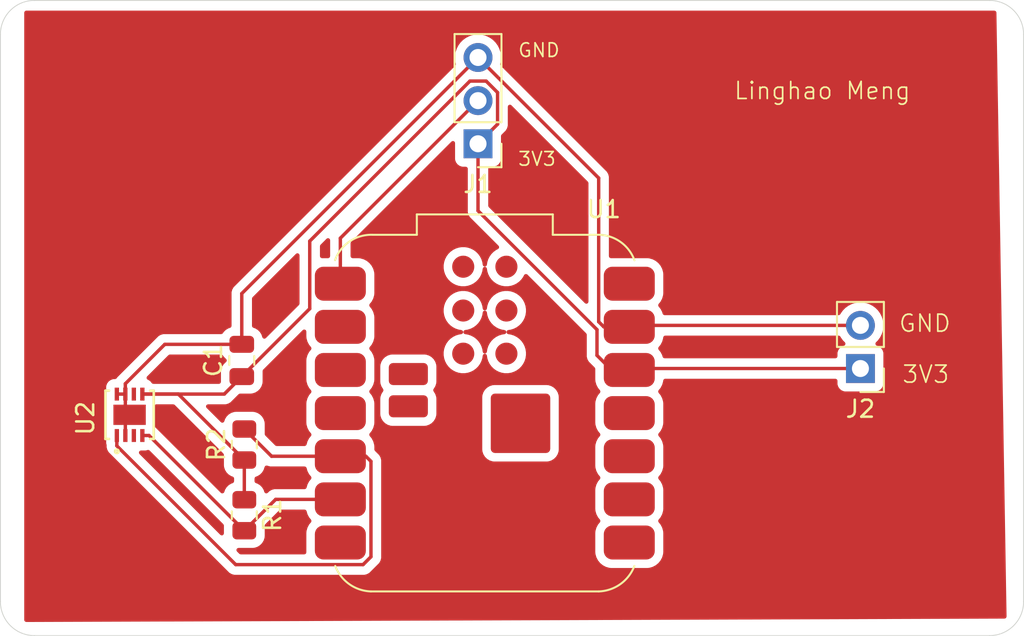
<source format=kicad_pcb>
(kicad_pcb (version 20241229) (generator "pcbnew") (generator_version "9.0")
  (layers (0 "F.Cu" signal) (2 "B.Cu" signal) (13 "F.Paste" user) (15 "B.Paste" user) (5 "F.SilkS" user "F.Silkscreen") (7 "B.SilkS" user "B.Silkscreen") (1 "F.Mask" user) (3 "B.Mask" user) (25 "Edge.Cuts" user))
  (net 0 "")
  (net 1 "/3V3")
  (net 2 "/GND")
  (net 3 "Net-(J1-SIG)")
  (net 4 "Net-(U1-GPIO6_A5_D5_SCL)")
  (net 5 "Net-(U1-GPIO4_A3_D3_SDA)")
  (footprint "Connector_PinHeader_2.54mm:PinHeader_1x02_P2.54mm_Vertical" (layer "F.Cu") (at 156 90.275 180)
    (property "Reference" "J2" (at 0 -2.38 0) (layer "F.SilkS"))
    (property "Value" "LiPo Battery")
    (fp_line (start 1.38 1.27) (end 1.38 3.92) (stroke (width 0.12)) (layer "F.SilkS"))
    (fp_line (start -1.38 3.92) (end 1.38 3.92) (stroke (width 0.12)) (layer "F.SilkS"))
    (fp_line (start -1.38 1.27) (end 1.38 1.27) (stroke (width 0.12)) (layer "F.SilkS"))
    (fp_line (start -1.38 1.27) (end -1.38 3.92) (stroke (width 0.12)) (layer "F.SilkS"))
    (fp_line (start -1.38 0) (end -1.38 -1.38) (stroke (width 0.12)) (layer "F.SilkS"))
    (fp_line (start -1.38 -1.38) (end 0 -1.38) (stroke (width 0.12)) (layer "F.SilkS"))
    (pad "1" thru_hole rect (at 0 0 180) (size 1.7 1.7) (drill 1) (layers "*.Cu" "*.Mask") (net 1 "/3V3"))
    (pad "2" thru_hole circle (at 0 2.54 180) (size 1.7 1.7) (drill 1) (layers "*.Cu" "*.Mask") (net 2 "/GND"))
  )
  (footprint "Resistor_SMD:R_0805_2012Metric" (layer "F.Cu") (at 119.75 98.9125 -90)
    (property "Reference" "R1" (at 0 -1.65 90) (layer "F.SilkS"))
    (property "Value" "10kΩ")
    (fp_line (start -0.227064 0.735) (end 0.227064 0.735) (stroke (width 0.12)) (layer "F.SilkS"))
    (fp_line (start -0.227064 -0.735) (end 0.227064 -0.735) (stroke (width 0.12)) (layer "F.SilkS"))
    (pad "1" smd roundrect (at -0.9125 0 270) (size 1.025 1.4) (layers "F.Cu" "F.Mask" "F.Paste") (roundrect_rratio 0.243902) (net 1 "/3V3"))
    (pad "2" smd roundrect (at 0.9125 0 270) (size 1.025 1.4) (layers "F.Cu" "F.Mask" "F.Paste") (roundrect_rratio 0.243902) (net 4 "Net-(U1-GPIO6_A5_D5_SCL)"))
  )
  (footprint "Resistor_SMD:R_0805_2012Metric" (layer "F.Cu") (at 119.75 94.75 90)
    (property "Reference" "R2" (at 0 -1.65 90) (layer "F.SilkS"))
    (property "Value" "10kΩ")
    (fp_line (start -0.227064 -0.735) (end 0.227064 -0.735) (stroke (width 0.12)) (layer "F.SilkS"))
    (fp_line (start -0.227064 0.735) (end 0.227064 0.735) (stroke (width 0.12)) (layer "F.SilkS"))
    (pad "1" smd roundrect (at -0.9125 0 90) (size 1.025 1.4) (layers "F.Cu" "F.Mask" "F.Paste") (roundrect_rratio 0.243902) (net 1 "/3V3"))
    (pad "2" smd roundrect (at 0.9125 0 90) (size 1.025 1.4) (layers "F.Cu" "F.Mask" "F.Paste") (roundrect_rratio 0.243902) (net 5 "Net-(U1-GPIO4_A3_D3_SDA)"))
  )
  (footprint "sht32-dis:U_SHT3_SEN" (layer "F.Cu") (at 113 93 90)
    (property "Reference" "U2" (at -0.2 -2.6 90) (layer "F.SilkS"))
    (property "Value" "SHT31-DIS-B2.5KS")
    (fp_line (start 1.4224 -1.4224) (end -1.4224 -1.4224) (stroke (width 0.1524)) (layer "F.SilkS"))
    (fp_line (start -1.4224 -1.4224) (end -1.4224 -1.209929) (stroke (width 0.1524)) (layer "F.SilkS"))
    (fp_line (start 1.4224 -1.209929) (end 1.4224 -1.4224) (stroke (width 0.1524)) (layer "F.SilkS"))
    (fp_line (start -1.4224 1.209929) (end -1.4224 1.4224) (stroke (width 0.1524)) (layer "F.SilkS"))
    (fp_line (start 1.4224 1.4224) (end 1.4224 1.209929) (stroke (width 0.1524)) (layer "F.SilkS"))
    (fp_line (start -1.4224 1.4224) (end 1.4224 1.4224) (stroke (width 0.1524)) (layer "F.SilkS"))
    (fp_circle (center -2.151126 -0.750189) (end -2.049526 -0.750189) (stroke (width 0.1524)) (fill no) (layer "F.SilkS"))
    (pad "1" smd rect (at -1.2192 -0.750189 90) (size 0.762 0.254) (layers "F.Cu" "F.Mask" "F.Paste") (net 5 "Net-(U1-GPIO4_A3_D3_SDA)"))
    (pad "2" smd rect (at -1.2192 -0.250063 90) (size 0.762 0.254) (layers "F.Cu" "F.Mask" "F.Paste") (net 2 "/GND"))
    (pad "3" smd rect (at -1.2192 0.250063 90) (size 0.762 0.254) (layers "F.Cu" "F.Mask" "F.Paste"))
    (pad "4" smd rect (at -1.2192 0.750189 90) (size 0.762 0.254) (layers "F.Cu" "F.Mask" "F.Paste") (net 4 "Net-(U1-GPIO6_A5_D5_SCL)"))
    (pad "5" smd rect (at 1.2192 0.750189 90) (size 0.762 0.254) (layers "F.Cu" "F.Mask" "F.Paste") (net 1 "/3V3"))
    (pad "6" smd rect (at 1.2192 0.250063 90) (size 0.762 0.254) (layers "F.Cu" "F.Mask" "F.Paste"))
    (pad "7" smd rect (at 1.2192 -0.250063 90) (size 0.762 0.254) (layers "F.Cu" "F.Mask" "F.Paste") (net 2 "/GND"))
    (pad "8" smd rect (at 1.2192 -0.750189 90) (size 0.762 0.254) (layers "F.Cu" "F.Mask" "F.Paste") (net 2 "/GND"))
    (pad "9" smd rect (at 0 0 90) (size 1.1938 1.905) (layers "F.Cu" "F.Mask" "F.Paste") (net 2 "/GND"))
  )
  (footprint "RF_Module:MCU_Seeed_ESP32C3" (layer "F.Cu") (at 133.9 92.9)
    (property "Reference" "U1" (at 7 -12 0) (layer "F.SilkS"))
    (property "Value" "~")
    (fp_line (start -6.7 10.5) (end 6.7 10.5) (stroke (width 0.12)) (layer "F.SilkS"))
    (fp_line (start -4 -11.7) (end 4 -11.7) (stroke (width 0.12)) (layer "F.SilkS"))
    (fp_line (start -4 -10.5) (end -6.6 -10.5) (stroke (width 0.12)) (layer "F.SilkS"))
    (fp_line (start -4 -10.5) (end -4 -11.7) (stroke (width 0.12)) (layer "F.SilkS"))
    (fp_line (start 4 -11.7) (end 4 -10.5) (stroke (width 0.12)) (layer "F.SilkS"))
    (fp_line (start 6.6 -10.5) (end 4 -10.5) (stroke (width 0.12)) (layer "F.SilkS"))
    (fp_arc (start -8.812892 -9.00468) (mid -7.949609 -10.111769) (end -6.600468 -10.499999) (stroke (width 0.12)) (layer "F.SilkS"))
    (fp_arc (start -6.7 10.5) (mid -7.977232 10.068125) (end -8.8 9) (stroke (width 0.12)) (layer "F.SilkS"))
    (fp_arc (start 6.6 -10.499999) (mid 7.944325 -10.107116) (end 8.804034 -9.001464) (stroke (width 0.12)) (layer "F.SilkS"))
    (fp_arc (start 8.8 9) (mid 7.977232 10.068125) (end 6.7 10.5) (stroke (width 0.12)) (layer "F.SilkS"))
    (pad "1" smd roundrect (at -8.5 -7.62) (size 3 2) (layers "F.Cu" "F.Mask" "F.Paste") (net 3 "Net-(J1-SIG)"))
    (pad "2" smd roundrect (at -8.5 -5.08) (size 3 2) (layers "F.Cu" "F.Mask" "F.Paste"))
    (pad "3" smd roundrect (at -8.5 -2.54) (size 3 2) (layers "F.Cu" "F.Mask" "F.Paste"))
    (pad "4" smd roundrect (at -8.5 0) (size 3 2) (layers "F.Cu" "F.Mask" "F.Paste"))
    (pad "5" smd roundrect (at -8.5 2.54) (size 3 2) (layers "F.Cu" "F.Mask" "F.Paste") (net 5 "Net-(U1-GPIO4_A3_D3_SDA)"))
    (pad "6" smd roundrect (at -8.5 5.08) (size 3 2) (layers "F.Cu" "F.Mask" "F.Paste") (net 4 "Net-(U1-GPIO6_A5_D5_SCL)"))
    (pad "7" smd roundrect (at -8.5 7.62) (size 3 2) (layers "F.Cu" "F.Mask" "F.Paste"))
    (pad "8" smd roundrect (at 8.5 7.62) (size 3 2) (layers "F.Cu" "F.Mask" "F.Paste"))
    (pad "9" smd roundrect (at 8.5 5.08) (size 3 2) (layers "F.Cu" "F.Mask" "F.Paste"))
    (pad "10" smd roundrect (at 8.5 2.54) (size 3 2) (layers "F.Cu" "F.Mask" "F.Paste"))
    (pad "11" smd roundrect (at 8.5 0) (size 3 2) (layers "F.Cu" "F.Mask" "F.Paste"))
    (pad "12" smd roundrect (at 8.5 -2.54) (size 3 2) (layers "F.Cu" "F.Mask" "F.Paste") (net 1 "/3V3"))
    (pad "13" smd roundrect (at 8.5 -5.08) (size 3 2) (layers "F.Cu" "F.Mask" "F.Paste") (net 2 "/GND"))
    (pad "14" smd roundrect (at 8.5 -7.62) (size 3 2) (layers "F.Cu" "F.Mask" "F.Paste"))
    (pad "15" smd roundrect (at 2.1 0.6) (size 3.5 3.5) (property pad_prop_heatsink) (layers "F.Cu" "F.Mask") (roundrect_rratio 0.07142857143))
    (pad "16" smd roundrect (at -4.5 -0.4) (size 2.3 1.3) (layers "F.Cu" "F.Mask" "F.Paste") (roundrect_rratio 0.1923076923))
    (pad "17" smd roundrect (at -4.5 -2.3) (size 2.3 1.3) (layers "F.Cu" "F.Mask" "F.Paste") (roundrect_rratio 0.1923076923))
    (pad "18" smd circle (at -1.27 -8.62) (size 1.3 1.3) (layers "F.Cu" "F.Mask" "F.Paste"))
    (pad "19" smd circle (at -1.27 -6.04) (size 1.3 1.3) (layers "F.Cu" "F.Mask" "F.Paste"))
    (pad "20" smd circle (at -1.27 -3.5) (size 1.3 1.3) (layers "F.Cu" "F.Mask" "F.Paste"))
    (pad "21" smd circle (at 1.27 -3.5) (size 1.3 1.3) (layers "F.Cu" "F.Mask" "F.Paste"))
    (pad "22" smd circle (at 1.27 -6.04) (size 1.3 1.3) (layers "F.Cu" "F.Mask" "F.Paste"))
    (pad "23" smd circle (at 1.27 -8.62) (size 1.3 1.3) (layers "F.Cu" "F.Mask" "F.Paste"))
  )
  (footprint "Connector_PinHeader_2.54mm:PinHeader_1x03_P2.54mm_Vertical" (layer "F.Cu") (at 133.5 77.04 180)
    (property "Reference" "J1" (at 0 -2.38 0) (layer "F.SilkS"))
    (property "Value" "SEN0193")
    (fp_line (start 1.38 1.27) (end 1.38 6.46) (stroke (width 0.12)) (layer "F.SilkS"))
    (fp_line (start -1.38 6.46) (end 1.38 6.46) (stroke (width 0.12)) (layer "F.SilkS"))
    (fp_line (start -1.38 1.27) (end 1.38 1.27) (stroke (width 0.12)) (layer "F.SilkS"))
    (fp_line (start -1.38 1.27) (end -1.38 6.46) (stroke (width 0.12)) (layer "F.SilkS"))
    (fp_line (start -1.38 0) (end -1.38 -1.38) (stroke (width 0.12)) (layer "F.SilkS"))
    (fp_line (start -1.38 -1.38) (end 0 -1.38) (stroke (width 0.12)) (layer "F.SilkS"))
    (pad "1" thru_hole rect (at 0 0 180) (size 1.7 1.7) (drill 1) (layers "*.Cu" "*.Mask") (net 1 "/3V3"))
    (pad "2" thru_hole circle (at 0 2.54 180) (size 1.7 1.7) (drill 1) (layers "*.Cu" "*.Mask") (net 3 "Net-(J1-SIG)"))
    (pad "3" thru_hole circle (at 0 5.08 180) (size 1.7 1.7) (drill 1) (layers "*.Cu" "*.Mask") (net 2 "/GND"))
  )
  (footprint "Capacitor_SMD:C_0805_2012Metric" (layer "F.Cu") (at 119.6 89.8 90)
    (property "Reference" "C1" (at 0 -1.68 90) (layer "F.SilkS"))
    (property "Value" "100nF")
    (fp_line (start -0.261252 -0.735) (end 0.261252 -0.735) (stroke (width 0.12)) (layer "F.SilkS"))
    (fp_line (start -0.261252 0.735) (end 0.261252 0.735) (stroke (width 0.12)) (layer "F.SilkS"))
    (pad "1" smd roundrect (at -0.95 0 90) (size 1 1.45) (layers "F.Cu" "F.Mask" "F.Paste") (net 1 "/3V3"))
    (pad "2" smd roundrect (at 0.95 0 90) (size 1 1.45) (layers "F.Cu" "F.Mask" "F.Paste") (net 2 "/GND"))
  )
  (gr_line (start 163.6 106) (end 107.4 106) (stroke (width 0.05)) (layer "Edge.Cuts"))
  (gr_arc (start 165.6 104) (mid 165.014214 105.414214) (end 163.6 106) (stroke (width 0.05)) (layer "Edge.Cuts"))
  (gr_line (start 165.6 70.6) (end 165.6 104) (stroke (width 0.05)) (layer "Edge.Cuts"))
  (gr_line (start 107.4 68.6) (end 163.6 68.6) (stroke (width 0.05)) (layer "Edge.Cuts"))
  (gr_arc (start 163.6 68.6) (mid 165.014214 69.185786) (end 165.6 70.6) (stroke (width 0.05)) (layer "Edge.Cuts"))
  (gr_line (start 105.4 104) (end 105.4 70.6) (stroke (width 0.05)) (layer "Edge.Cuts"))
  (gr_arc (start 105.4 70.6) (mid 105.985786 69.185786) (end 107.4 68.6) (stroke (width 0.05)) (layer "Edge.Cuts"))
  (gr_arc (start 107.4 106) (mid 105.985786 105.414214) (end 105.4 104) (stroke (width 0.05)) (layer "Edge.Cuts"))
  (gr_text "GND" (at 135.8 72 0) (layer "F.SilkS") (effects (font (size 0.8 0.8) (thickness 0.1)) (justify left bottom)))
  (gr_text "3V3" (at 135.8 78.4 0) (layer "F.SilkS") (effects (font (size 0.8 0.8) (thickness 0.1)) (justify left bottom)))
  (gr_text "GND" (at 158.2 88.2 0) (layer "F.SilkS") (effects (font (size 1 1) (thickness 0.1)) (justify left bottom)))
  (gr_text "Linghao Meng" (at 148.5 74.5 0) (layer "F.SilkS") (effects (font (size 1 1) (thickness 0.1)) (justify left bottom)))
  (gr_text "3V3" (at 158.4 91.2 0) (layer "F.SilkS") (effects (font (size 1 1) (thickness 0.1)) (justify left bottom)))
  (segment (start 119.75 95.6625) (end 119.75 98) (width 0.2) (layer "F.Cu") (net 1))
  (segment (start 140.5 89.5) (end 141.36 90.36) (width 0.2) (layer "F.Cu") (net 1))
  (segment (start 119.75 95.6625) (end 115.8683 91.7808) (width 0.2) (layer "F.Cu") (net 1))
  (segment (start 141.36 90.36) (end 142.4 90.36) (width 0.2) (layer "F.Cu") (net 1))
  (segment (start 133.5 80.9871) (end 140.5 87.9871) (width 0.2) (layer "F.Cu") (net 1))
  (segment (start 113.750189 91.7808) (end 118.5692 91.7808) (width 0.2) (layer "F.Cu") (net 1))
  (segment (start 142.485 90.275) (end 142.4 90.36) (width 0.2) (layer "F.Cu") (net 1))
  (segment (start 133.5 77.04) (end 133.5 80.9871) (width 0.2) (layer "F.Cu") (net 1))
  (segment (start 133.02324 73.349) (end 133.97676 73.349) (width 0.2) (layer "F.Cu") (net 1))
  (segment (start 156 90.275) (end 142.485 90.275) (width 0.2) (layer "F.Cu") (net 1))
  (segment (start 115.8683 91.7808) (end 113.750189 91.7808) (width 0.2) (layer "F.Cu") (net 1))
  (segment (start 134.651 75.889) (end 133.5 77.04) (width 0.2) (layer "F.Cu") (net 1))
  (segment (start 133.97676 73.349) (end 134.651 74.02324) (width 0.2) (layer "F.Cu") (net 1))
  (segment (start 134.651 74.02324) (end 134.651 75.889) (width 0.2) (layer "F.Cu") (net 1))
  (segment (start 140.5 87.9871) (end 140.5 89.5) (width 0.2) (layer "F.Cu") (net 1))
  (segment (start 123.599 86.751) (end 123.599 82.77324) (width 0.2) (layer "F.Cu") (net 1))
  (segment (start 142.299942 90.36) (end 142.4 90.36) (width 0.2) (layer "F.Cu") (net 1))
  (segment (start 118.5692 91.7808) (end 119.6 90.75) (width 0.2) (layer "F.Cu") (net 1))
  (segment (start 123.599 82.77324) (end 133.02324 73.349) (width 0.2) (layer "F.Cu") (net 1))
  (segment (start 119.6 90.75) (end 123.599 86.751) (width 0.2) (layer "F.Cu") (net 1))
  (segment (start 119.77 97.98) (end 119.75 98) (width 0.2) (layer "F.Cu") (net 1))
  (segment (start 142.485 87.735) (end 142.4 87.82) (width 0.2) (layer "F.Cu") (net 2))
  (segment (start 112.749937 91.7808) (end 112.249811 91.7808) (width 0.2) (layer "F.Cu") (net 2))
  (segment (start 156 87.735) (end 142.485 87.735) (width 0.2) (layer "F.Cu") (net 2))
  (segment (start 119.6 85.86) (end 133.5 71.96) (width 0.2) (layer "F.Cu") (net 2))
  (segment (start 115.070863 88.85) (end 119.6 88.85) (width 0.2) (layer "F.Cu") (net 2))
  (segment (start 140.599 87.519) (end 140.9 87.82) (width 0.2) (layer "F.Cu") (net 2))
  (segment (start 119.6 88.85) (end 119.6 85.86) (width 0.2) (layer "F.Cu") (net 2))
  (segment (start 140.599 79.059) (end 140.599 87.519) (width 0.2) (layer "F.Cu") (net 2))
  (segment (start 112.749937 91.7808) (end 112.749937 91.170926) (width 0.2) (layer "F.Cu") (net 2))
  (segment (start 112.749937 94.2192) (end 112.749937 91.7808) (width 0.2) (layer "F.Cu") (net 2))
  (segment (start 112.749937 91.170926) (end 115.070863 88.85) (width 0.2) (layer "F.Cu") (net 2))
  (segment (start 133.5 71.96) (end 140.599 79.059) (width 0.2) (layer "F.Cu") (net 2))
  (segment (start 140.9 87.82) (end 142.4 87.82) (width 0.2) (layer "F.Cu") (net 2))
  (segment (start 125.4 82.6) (end 125.4 85.28) (width 0.2) (layer "F.Cu") (net 3))
  (segment (start 133.5 74.5) (end 125.4 82.6) (width 0.2) (layer "F.Cu") (net 3))
  (segment (start 125.4 97.98) (end 121.595 97.98) (width 0.2) (layer "F.Cu") (net 4))
  (segment (start 121.595 97.98) (end 119.75 99.825) (width 0.2) (layer "F.Cu") (net 4))
  (segment (start 119.75 99.825) (end 114.1442 94.2192) (width 0.2) (layer "F.Cu") (net 4))
  (segment (start 114.1442 94.2192) (end 113.750189 94.2192) (width 0.2) (layer "F.Cu") (net 4))
  (segment (start 127.201 101.359058) (end 126.739058 101.821) (width 0.2) (layer "F.Cu") (net 5))
  (segment (start 121.3525 95.44) (end 119.75 93.8375) (width 0.2) (layer "F.Cu") (net 5))
  (segment (start 112.249811 94.829074) (end 112.249811 94.2192) (width 0.2) (layer "F.Cu") (net 5))
  (segment (start 125.4 95.44) (end 126.9 95.44) (width 0.2) (layer "F.Cu") (net 5))
  (segment (start 127.201 95.741) (end 127.201 101.359058) (width 0.2) (layer "F.Cu") (net 5))
  (segment (start 125.4 95.44) (end 121.3525 95.44) (width 0.2) (layer "F.Cu") (net 5))
  (segment (start 126.9 95.44) (end 127.201 95.741) (width 0.2) (layer "F.Cu") (net 5))
  (segment (start 126.739058 101.821) (end 119.241737 101.821) (width 0.2) (layer "F.Cu") (net 5))
  (segment (start 119.241737 101.821) (end 112.249811 94.829074) (width 0.2) (layer "F.Cu") (net 5))
  (zone (net 0) (net_name "") (layer "F.Cu") (connect_pads (clearance 0.5)) (min_thickness 0.25) (fill yes (thermal_gap 0.5) (thermal_bridge_width 0.5) (island_removal_mode 1) (island_area_min 10))
    (polygon (pts (xy 164 69.2) (xy 164.6 105) (xy 106.8 105.2) (xy 106.8 69.2)))
  )
)
</source>
